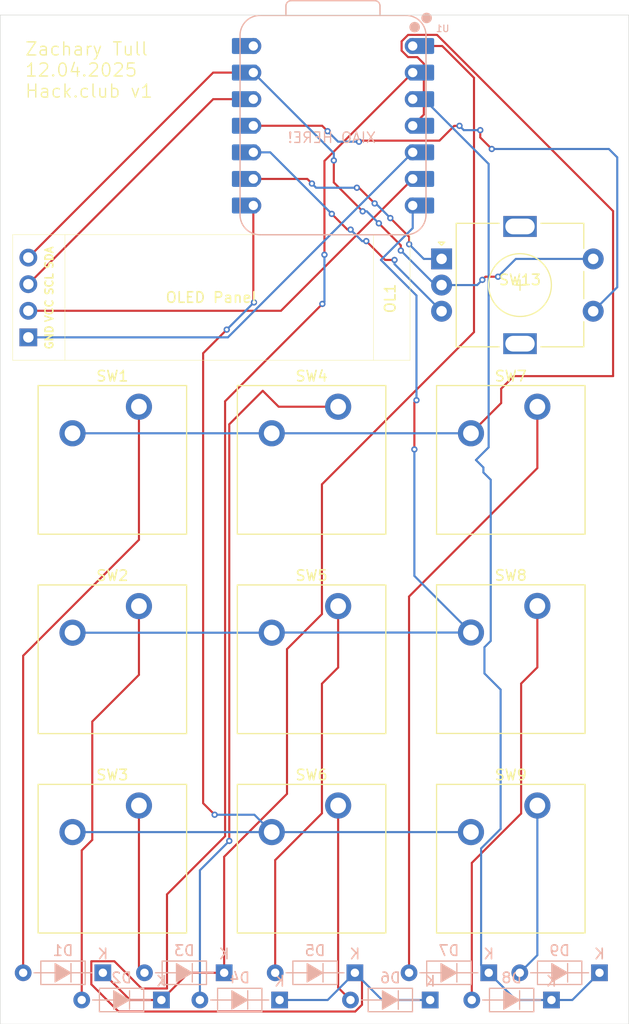
<source format=kicad_pcb>
(kicad_pcb (version 20241229) (generator "pcbnew") (generator_version "9.0")
  (layers (0 "F.Cu" signal) (2 "B.Cu" signal) (13 "F.Paste" user) (15 "B.Paste" user) (5 "F.SilkS" user "F.Silkscreen") (7 "B.SilkS" user "B.Silkscreen") (1 "F.Mask" user) (3 "B.Mask" user) (25 "Edge.Cuts" user))
  (net 0 "")
  (net 1 "Net-(D1-K)")
  (net 2 "GND")
  (net 3 "Net-(D1-A)")
  (net 4 "Net-(D2-A)")
  (net 5 "Net-(D3-A)")
  (net 6 "Net-(U1-GPIO1{slash}RX)")
  (net 7 "Net-(U1-GPIO2{slash}SCK)")
  (net 8 "Net-(U1-GPIO4{slash}MISO)")
  (net 9 "Net-(U1-GPIO3{slash}MOSI)")
  (net 10 "Net-(D4-K)")
  (net 11 "Net-(D4-A)")
  (net 12 "Net-(D5-A)")
  (net 13 "Net-(D6-A)")
  (net 14 "Net-(D7-A)")
  (net 15 "Net-(D7-K)")
  (net 16 "Net-(D8-A)")
  (net 17 "Net-(D9-A)")
  (net 18 "Net-(OL1-SDA)")
  (net 19 "Net-(OL1-SCL)")
  (net 20 "+3V3")
  (net 21 "Net-(U1-GPIO29{slash}ADC3{slash}A3)")
  (net 22 "Net-(U1-GPIO0{slash}TX)")
  (footprint "PCM_Switch_Keyboard_Cherry_MX:SW_Cherry_MX_PCB_1.00u" (layer "F.Cu") (at 150.62 130.735)
    (property "Reference" "SW8" (at 0 -8 0) (layer "F.SilkS"))
    (property "Value" "SW_Push")
    (fp_line (start -7.1 -7.1) (end -7.1 7.1) (stroke (width 0.12)) (layer "F.SilkS"))
    (fp_line (start -7.1 7.1) (end 7.1 7.1) (stroke (width 0.12)) (layer "F.SilkS"))
    (fp_line (start 7.1 -7.1) (end -7.1 -7.1) (stroke (width 0.12)) (layer "F.SilkS"))
    (fp_line (start 7.1 7.1) (end 7.1 -7.1) (stroke (width 0.12)) (layer "F.SilkS"))
    (pad "" np_thru_hole circle (at -5.08 0) (size 1.75 1.75) (drill 1.75) (layers "*.Cu" "*.Mask"))
    (pad "" np_thru_hole circle (at 0 0) (size 4 4) (drill 4) (layers "*.Cu" "*.Mask"))
    (pad "" np_thru_hole circle (at 5.08 0) (size 1.75 1.75) (drill 1.75) (layers "*.Cu" "*.Mask"))
    (pad "1" thru_hole circle (at -3.81 -2.54) (size 2.5 2.5) (drill 1.5) (layers "*.Cu" "*.Mask") (net 22 "Net-(U1-GPIO0{slash}TX)"))
    (pad "2" thru_hole circle (at 2.54 -5.08) (size 2.5 2.5) (drill 1.5) (layers "*.Cu" "*.Mask") (net 16 "Net-(D8-A)"))
  )
  (footprint "PCM_Switch_Keyboard_Cherry_MX:SW_Cherry_MX_PCB_1.00u" (layer "F.Cu") (at 112.52 111.7)
    (property "Reference" "SW1" (at 0 -8 0) (layer "F.SilkS"))
    (property "Value" "SW_Push")
    (fp_line (start -7.1 -7.1) (end -7.1 7.1) (stroke (width 0.12)) (layer "F.SilkS"))
    (fp_line (start -7.1 7.1) (end 7.1 7.1) (stroke (width 0.12)) (layer "F.SilkS"))
    (fp_line (start 7.1 -7.1) (end -7.1 -7.1) (stroke (width 0.12)) (layer "F.SilkS"))
    (fp_line (start 7.1 7.1) (end 7.1 -7.1) (stroke (width 0.12)) (layer "F.SilkS"))
    (pad "" np_thru_hole circle (at -5.08 0) (size 1.75 1.75) (drill 1.75) (layers "*.Cu" "*.Mask"))
    (pad "" np_thru_hole circle (at 0 0) (size 4 4) (drill 4) (layers "*.Cu" "*.Mask"))
    (pad "" np_thru_hole circle (at 5.08 0) (size 1.75 1.75) (drill 1.75) (layers "*.Cu" "*.Mask"))
    (pad "1" thru_hole circle (at -3.81 -2.54) (size 2.5 2.5) (drill 1.5) (layers "*.Cu" "*.Mask") (net 21 "Net-(U1-GPIO29{slash}ADC3{slash}A3)"))
    (pad "2" thru_hole circle (at 2.54 -5.08) (size 2.5 2.5) (drill 1.5) (layers "*.Cu" "*.Mask") (net 3 "Net-(D1-A)"))
  )
  (footprint "PCM_Switch_Keyboard_Cherry_MX:SW_Cherry_MX_PCB_1.00u" (layer "F.Cu") (at 150.62 111.7)
    (property "Reference" "SW7" (at 0 -8 0) (layer "F.SilkS"))
    (property "Value" "SW_Push")
    (fp_line (start -7.1 -7.1) (end -7.1 7.1) (stroke (width 0.12)) (layer "F.SilkS"))
    (fp_line (start -7.1 7.1) (end 7.1 7.1) (stroke (width 0.12)) (layer "F.SilkS"))
    (fp_line (start 7.1 -7.1) (end -7.1 -7.1) (stroke (width 0.12)) (layer "F.SilkS"))
    (fp_line (start 7.1 7.1) (end 7.1 -7.1) (stroke (width 0.12)) (layer "F.SilkS"))
    (pad "" np_thru_hole circle (at -5.08 0) (size 1.75 1.75) (drill 1.75) (layers "*.Cu" "*.Mask"))
    (pad "" np_thru_hole circle (at 0 0) (size 4 4) (drill 4) (layers "*.Cu" "*.Mask"))
    (pad "" np_thru_hole circle (at 5.08 0) (size 1.75 1.75) (drill 1.75) (layers "*.Cu" "*.Mask"))
    (pad "1" thru_hole circle (at -3.81 -2.54) (size 2.5 2.5) (drill 1.5) (layers "*.Cu" "*.Mask") (net 21 "Net-(U1-GPIO29{slash}ADC3{slash}A3)"))
    (pad "2" thru_hole circle (at 2.54 -5.08) (size 2.5 2.5) (drill 1.5) (layers "*.Cu" "*.Mask") (net 14 "Net-(D7-A)"))
  )
  (footprint "PCM_Switch_Keyboard_Cherry_MX:SW_Cherry_MX_PCB_1.00u" (layer "F.Cu") (at 150.62 149.8)
    (property "Reference" "SW9" (at 0 -8 0) (layer "F.SilkS"))
    (property "Value" "SW_Push")
    (fp_line (start -7.1 -7.1) (end -7.1 7.1) (stroke (width 0.12)) (layer "F.SilkS"))
    (fp_line (start -7.1 7.1) (end 7.1 7.1) (stroke (width 0.12)) (layer "F.SilkS"))
    (fp_line (start 7.1 -7.1) (end -7.1 -7.1) (stroke (width 0.12)) (layer "F.SilkS"))
    (fp_line (start 7.1 7.1) (end 7.1 -7.1) (stroke (width 0.12)) (layer "F.SilkS"))
    (pad "" np_thru_hole circle (at -5.08 0) (size 1.75 1.75) (drill 1.75) (layers "*.Cu" "*.Mask"))
    (pad "" np_thru_hole circle (at 0 0) (size 4 4) (drill 4) (layers "*.Cu" "*.Mask"))
    (pad "" np_thru_hole circle (at 5.08 0) (size 1.75 1.75) (drill 1.75) (layers "*.Cu" "*.Mask"))
    (pad "1" thru_hole circle (at -3.81 -2.54) (size 2.5 2.5) (drill 1.5) (layers "*.Cu" "*.Mask") (net 6 "Net-(U1-GPIO1{slash}RX)"))
    (pad "2" thru_hole circle (at 2.54 -5.08) (size 2.5 2.5) (drill 1.5) (layers "*.Cu" "*.Mask") (net 17 "Net-(D9-A)"))
  )
  (footprint "OLED:SSD1306-0.91-OLED-4pin-128x32" (layer "F.Cu") (at 140.985 102.185 180)
    (property "Reference" "OL1" (at 1.9 5.91 90) (layer "F.SilkS"))
    (property "Value" "OLED")
    (fp_line (start 38 12) (end 38 0) (stroke (width 0.04)) (layer "F.SilkS"))
    (fp_line (start 38 0) (end 0 0) (stroke (width 0.04)) (layer "F.SilkS"))
    (fp_line (start 33 0) (end 33 12) (stroke (width 0.04)) (layer "F.SilkS"))
    (fp_line (start 3.5 0) (end 3.5 12) (stroke (width 0.04)) (layer "F.SilkS"))
    (fp_line (start 0 12) (end 38 12) (stroke (width 0.04)) (layer "F.SilkS"))
    (fp_line (start 0 0) (end 0 12) (stroke (width 0.04)) (layer "F.SilkS"))
    (fp_text user "SDA" (at 34.5 9.81 90) (layer "F.SilkS") (effects (font (size 0.75 0.75))))
    (fp_text user "GND" (at 34.5 2.19 90) (layer "F.SilkS") (effects (font (size 0.75 0.75))))
    (fp_text user "SCL" (at 34.5 7.27 90) (layer "F.SilkS") (effects (font (size 0.75 0.75))))
    (fp_text user "OLED Panel" (at 19 6 0) (layer "F.SilkS"))
    (fp_text user "VCC" (at 34.5 4.73 90) (layer "F.SilkS") (effects (font (size 0.75 0.75))))
    (pad "1" thru_hole rect (at 36.5 2.19 180) (size 1.7 1.7) (drill 1) (layers "*.Cu" "*.Mask") (net 18 "Net-(OL1-SDA)"))
    (pad "2" thru_hole oval (at 36.5 4.73 180) (size 1.7 1.7) (drill 1) (layers "*.Cu" "*.Mask") (net 19 "Net-(OL1-SCL)"))
    (pad "3" thru_hole oval (at 36.5 7.27 180) (size 1.7 1.7) (drill 1) (layers "*.Cu" "*.Mask") (net 20 "+3V3"))
    (pad "4" thru_hole oval (at 36.5 9.81 180) (size 1.7 1.7) (drill 1) (layers "*.Cu" "*.Mask") (net 2 "GND"))
  )
  (footprint "PCM_Switch_Keyboard_Cherry_MX:SW_Cherry_MX_PCB_1.00u" (layer "F.Cu") (at 112.52 149.8)
    (property "Reference" "SW3" (at 0 -8 0) (layer "F.SilkS"))
    (property "Value" "SW_Push")
    (fp_line (start -7.1 -7.1) (end -7.1 7.1) (stroke (width 0.12)) (layer "F.SilkS"))
    (fp_line (start -7.1 7.1) (end 7.1 7.1) (stroke (width 0.12)) (layer "F.SilkS"))
    (fp_line (start 7.1 -7.1) (end -7.1 -7.1) (stroke (width 0.12)) (layer "F.SilkS"))
    (fp_line (start 7.1 7.1) (end 7.1 -7.1) (stroke (width 0.12)) (layer "F.SilkS"))
    (pad "" np_thru_hole circle (at -5.08 0) (size 1.75 1.75) (drill 1.75) (layers "*.Cu" "*.Mask"))
    (pad "" np_thru_hole circle (at 0 0) (size 4 4) (drill 4) (layers "*.Cu" "*.Mask"))
    (pad "" np_thru_hole circle (at 5.08 0) (size 1.75 1.75) (drill 1.75) (layers "*.Cu" "*.Mask"))
    (pad "1" thru_hole circle (at -3.81 -2.54) (size 2.5 2.5) (drill 1.5) (layers "*.Cu" "*.Mask") (net 6 "Net-(U1-GPIO1{slash}RX)"))
    (pad "2" thru_hole circle (at 2.54 -5.08) (size 2.5 2.5) (drill 1.5) (layers "*.Cu" "*.Mask") (net 5 "Net-(D3-A)"))
  )
  (footprint "PCM_Switch_Keyboard_Cherry_MX:SW_Cherry_MX_PCB_1.00u" (layer "F.Cu") (at 131.57 130.75)
    (property "Reference" "SW5" (at 0 -8 0) (layer "F.SilkS"))
    (property "Value" "SW_Push")
    (fp_line (start -7.1 -7.1) (end -7.1 7.1) (stroke (width 0.12)) (layer "F.SilkS"))
    (fp_line (start -7.1 7.1) (end 7.1 7.1) (stroke (width 0.12)) (layer "F.SilkS"))
    (fp_line (start 7.1 -7.1) (end -7.1 -7.1) (stroke (width 0.12)) (layer "F.SilkS"))
    (fp_line (start 7.1 7.1) (end 7.1 -7.1) (stroke (width 0.12)) (layer "F.SilkS"))
    (pad "" np_thru_hole circle (at -5.08 0) (size 1.75 1.75) (drill 1.75) (layers "*.Cu" "*.Mask"))
    (pad "" np_thru_hole circle (at 0 0) (size 4 4) (drill 4) (layers "*.Cu" "*.Mask"))
    (pad "" np_thru_hole circle (at 5.08 0) (size 1.75 1.75) (drill 1.75) (layers "*.Cu" "*.Mask"))
    (pad "1" thru_hole circle (at -3.81 -2.54) (size 2.5 2.5) (drill 1.5) (layers "*.Cu" "*.Mask") (net 22 "Net-(U1-GPIO0{slash}TX)"))
    (pad "2" thru_hole circle (at 2.54 -5.08) (size 2.5 2.5) (drill 1.5) (layers "*.Cu" "*.Mask") (net 12 "Net-(D5-A)"))
  )
  (footprint "Rotary Encoder:RotaryEncoder_Alps_EC11E-Switch_Vertical_H20mm" (layer "F.Cu") (at 144 92.5)
    (property "Reference" "SW13" (at 7.5 2 0) (layer "F.SilkS"))
    (property "Value" "RotaryEncoder_Switch")
    (fp_line (start -0.3 -1.6) (end 0.3 -1.6) (stroke (width 0.12)) (layer "F.SilkS"))
    (fp_line (start 0 -1.3) (end -0.3 -1.6) (stroke (width 0.12)) (layer "F.SilkS"))
    (fp_line (start 0.3 -1.6) (end 0 -1.3) (stroke (width 0.12)) (layer "F.SilkS"))
    (fp_line (start 1.4 -3.4) (end 1.4 8.4) (stroke (width 0.12)) (layer "F.SilkS"))
    (fp_line (start 5.5 -3.4) (end 1.4 -3.4) (stroke (width 0.12)) (layer "F.SilkS"))
    (fp_line (start 5.5 8.4) (end 1.4 8.4) (stroke (width 0.12)) (layer "F.SilkS"))
    (fp_line (start 7 2.5) (end 8 2.5) (stroke (width 0.12)) (layer "F.SilkS"))
    (fp_line (start 7.5 2) (end 7.5 3) (stroke (width 0.12)) (layer "F.SilkS"))
    (fp_line (start 9.5 -3.4) (end 13.6 -3.4) (stroke (width 0.12)) (layer "F.SilkS"))
    (fp_line (start 13.6 -3.4) (end 13.6 -1) (stroke (width 0.12)) (layer "F.SilkS"))
    (fp_line (start 13.6 1.2) (end 13.6 3.8) (stroke (width 0.12)) (layer "F.SilkS"))
    (fp_line (start 13.6 6) (end 13.6 8.4) (stroke (width 0.12)) (layer "F.SilkS"))
    (fp_line (start 13.6 8.4) (end 9.5 8.4) (stroke (width 0.12)) (layer "F.SilkS"))
    (fp_circle (center 7.5 2.5) (end 10.5 2.5) (stroke (width 0.12)) (fill no) (layer "F.SilkS"))
    (pad "A" thru_hole rect (at 0 0) (size 2 2) (drill 1) (layers "*.Cu" "*.Mask") (net 7 "Net-(U1-GPIO2{slash}SCK)"))
    (pad "B" thru_hole circle (at 0 5) (size 2 2) (drill 1) (layers "*.Cu" "*.Mask") (net 8 "Net-(U1-GPIO4{slash}MISO)"))
    (pad "C" thru_hole circle (at 0 2.5) (size 2 2) (drill 1) (layers "*.Cu" "*.Mask") (net 2 "GND"))
    (pad "MP" thru_hole rect (at 7.5 -3.1) (size 3.2 2) (drill oval 2.8 1.5) (layers "*.Cu" "*.Mask"))
    (pad "MP" thru_hole rect (at 7.5 8.1) (size 3.2 2) (drill oval 2.8 1.5) (layers "*.Cu" "*.Mask"))
    (pad "S1" thru_hole circle (at 14.5 5) (size 2 2) (drill 1) (layers "*.Cu" "*.Mask") (net 9 "Net-(U1-GPIO3{slash}MOSI)"))
    (pad "S2" thru_hole circle (at 14.5 0) (size 2 2) (drill 1) (layers "*.Cu" "*.Mask") (net 2 "GND"))
  )
  (footprint "PCM_Switch_Keyboard_Cherry_MX:SW_Cherry_MX_PCB_1.00u" (layer "F.Cu") (at 131.57 111.7)
    (property "Reference" "SW4" (at 0 -8 0) (layer "F.SilkS"))
    (property "Value" "SW_Push")
    (fp_line (start -7.1 -7.1) (end -7.1 7.1) (stroke (width 0.12)) (layer "F.SilkS"))
    (fp_line (start -7.1 7.1) (end 7.1 7.1) (stroke (width 0.12)) (layer "F.SilkS"))
    (fp_line (start 7.1 -7.1) (end -7.1 -7.1) (stroke (width 0.12)) (layer "F.SilkS"))
    (fp_line (start 7.1 7.1) (end 7.1 -7.1) (stroke (width 0.12)) (layer "F.SilkS"))
    (pad "" np_thru_hole circle (at -5.08 0) (size 1.75 1.75) (drill 1.75) (layers "*.Cu" "*.Mask"))
    (pad "" np_thru_hole circle (at 0 0) (size 4 4) (drill 4) (layers "*.Cu" "*.Mask"))
    (pad "" np_thru_hole circle (at 5.08 0) (size 1.75 1.75) (drill 1.75) (layers "*.Cu" "*.Mask"))
    (pad "1" thru_hole circle (at -3.81 -2.54) (size 2.5 2.5) (drill 1.5) (layers "*.Cu" "*.Mask") (net 21 "Net-(U1-GPIO29{slash}ADC3{slash}A3)"))
    (pad "2" thru_hole circle (at 2.54 -5.08) (size 2.5 2.5) (drill 1.5) (layers "*.Cu" "*.Mask") (net 11 "Net-(D4-A)"))
  )
  (footprint "PCM_Switch_Keyboard_Cherry_MX:SW_Cherry_MX_PCB_1.00u" (layer "F.Cu") (at 131.57 149.8)
    (property "Reference" "SW6" (at 0 -8 0) (layer "F.SilkS"))
    (property "Value" "SW_Push")
    (fp_line (start -7.1 -7.1) (end -7.1 7.1) (stroke (width 0.12)) (layer "F.SilkS"))
    (fp_line (start -7.1 7.1) (end 7.1 7.1) (stroke (width 0.12)) (layer "F.SilkS"))
    (fp_line (start 7.1 -7.1) (end -7.1 -7.1) (stroke (width 0.12)) (layer "F.SilkS"))
    (fp_line (start 7.1 7.1) (end 7.1 -7.1) (stroke (width 0.12)) (layer "F.SilkS"))
    (pad "" np_thru_hole circle (at -5.08 0) (size 1.75 1.75) (drill 1.75) (layers "*.Cu" "*.Mask"))
    (pad "" np_thru_hole circle (at 0 0) (size 4 4) (drill 4) (layers "*.Cu" "*.Mask"))
    (pad "" np_thru_hole circle (at 5.08 0) (size 1.75 1.75) (drill 1.75) (layers "*.Cu" "*.Mask"))
    (pad "1" thru_hole circle (at -3.81 -2.54) (size 2.5 2.5) (drill 1.5) (layers "*.Cu" "*.Mask") (net 6 "Net-(U1-GPIO1{slash}RX)"))
    (pad "2" thru_hole circle (at 2.54 -5.08) (size 2.5 2.5) (drill 1.5) (layers "*.Cu" "*.Mask") (net 13 "Net-(D6-A)"))
  )
  (footprint "PCM_Switch_Keyboard_Cherry_MX:SW_Cherry_MX_PCB_1.00u" (layer "F.Cu") (at 112.52 130.75)
    (property "Reference" "SW2" (at 0 -8 0) (layer "F.SilkS"))
    (property "Value" "SW_Push")
    (fp_line (start -7.1 -7.1) (end -7.1 7.1) (stroke (width 0.12)) (layer "F.SilkS"))
    (fp_line (start -7.1 7.1) (end 7.1 7.1) (stroke (width 0.12)) (layer "F.SilkS"))
    (fp_line (start 7.1 -7.1) (end -7.1 -7.1) (stroke (width 0.12)) (layer "F.SilkS"))
    (fp_line (start 7.1 7.1) (end 7.1 -7.1) (stroke (width 0.12)) (layer "F.SilkS"))
    (pad "" np_thru_hole circle (at -5.08 0) (size 1.75 1.75) (drill 1.75) (layers "*.Cu" "*.Mask"))
    (pad "" np_thru_hole circle (at 0 0) (size 4 4) (drill 4) (layers "*.Cu" "*.Mask"))
    (pad "" np_thru_hole circle (at 5.08 0) (size 1.75 1.75) (drill 1.75) (layers "*.Cu" "*.Mask"))
    (pad "1" thru_hole circle (at -3.81 -2.54) (size 2.5 2.5) (drill 1.5) (layers "*.Cu" "*.Mask") (net 22 "Net-(U1-GPIO0{slash}TX)"))
    (pad "2" thru_hole circle (at 2.54 -5.08) (size 2.5 2.5) (drill 1.5) (layers "*.Cu" "*.Mask") (net 4 "Net-(D2-A)"))
  )
  (footprint "OPL:XIAO-RP2040-DIP" (layer "B.Cu") (at 133.62 79.78 180)
    (property "Reference" "U1" (at -10.48 9.28 0) (layer "B.SilkS") (effects (font (size 0.635 0.635) (thickness 0.1016)) (justify mirror)))
    (property "Value" "XIAO-RP2040-DIP")
    (fp_line (start 8.89 -8.509) (end 8.89 8.636) (stroke (width 0.127)) (layer "B.SilkS"))
    (fp_line (start 6.985 10.541) (end -6.985 10.541) (stroke (width 0.1)) (layer "B.SilkS"))
    (fp_line (start 6.985 10.541) (end -6.985 10.541) (stroke (width 0.127)) (layer "B.SilkS"))
    (fp_line (start 4.504 11.451) (end 4.504 10.541) (stroke (width 0.127)) (layer "B.SilkS"))
    (fp_line (start -3.991272 11.951) (end 4.004 11.951) (stroke (width 0.127)) (layer "B.SilkS"))
    (fp_line (start -4.495 10.541) (end -4.491272 11.451272) (stroke (width 0.127)) (layer "B.SilkS"))
    (fp_line (start -6.985 -10.414) (end 6.985 -10.414) (stroke (width 0.127)) (layer "B.SilkS"))
    (fp_line (start -8.89 -8.509) (end -8.89 8.636) (stroke (width 0.127)) (layer "B.SilkS"))
    (fp_arc (start 8.89 8.636) (mid 8.332038 9.983038) (end 6.985 10.541) (stroke (width 0.127)) (layer "B.SilkS"))
    (fp_arc (start 6.985 -10.414) (mid 8.332038 -9.856038) (end 8.89 -8.509) (stroke (width 0.127)) (layer "B.SilkS"))
    (fp_arc (start 4.504 11.451) (mid 4.357553 11.804553) (end 4.004 11.951) (stroke (width 0.127)) (layer "B.SilkS"))
    (fp_arc (start -3.991272 11.951) (mid -4.344724 11.804644) (end -4.491272 11.451272) (stroke (width 0.127)) (layer "B.SilkS"))
    (fp_arc (start -6.985 10.541) (mid -8.332038 9.983038) (end -8.89 8.636) (stroke (width 0.127)) (layer "B.SilkS"))
    (fp_arc (start -8.89 -8.509) (mid -8.332038 -9.856038) (end -6.985 -10.414) (stroke (width 0.127)) (layer "B.SilkS"))
    (fp_circle (center -7.807 9.42) (end -7.807 9.674) (stroke (width 0.5)) (fill yes) (layer "B.SilkS"))
    (fp_circle (center -8.95 10.3) (end -8.95 10.554) (stroke (width 0.5)) (fill yes) (layer "B.SilkS"))
    (pad "1" smd roundrect (at -8.455 7.62) (size 2.432 1.524) (layers "B.Cu" "B.Mask") (roundrect_rratio 0.1) (net 1 "Net-(D1-K)"))
    (pad "1" thru_hole circle (at -7.62 7.62) (size 1.524 1.524) (drill 0.889) (layers "*.Cu" "*.Mask") (net 1 "Net-(D1-K)"))
    (pad "2" smd roundrect (at -8.455 5.08) (size 2.432 1.524) (layers "B.Cu" "B.Mask") (roundrect_rratio 0.1) (net 10 "Net-(D4-K)"))
    (pad "2" thru_hole circle (at -7.62 5.08) (size 1.524 1.524) (drill 0.889) (layers "*.Cu" "*.Mask") (net 10 "Net-(D4-K)"))
    (pad "3" smd roundrect (at -8.455 2.54) (size 2.432 1.524) (layers "B.Cu" "B.Mask") (roundrect_rratio 0.1) (net 15 "Net-(D7-K)"))
    (pad "3" thru_hole circle (at -7.62 2.54) (size 1.524 1.524) (drill 0.889) (layers "*.Cu" "*.Mask") (net 15 "Net-(D7-K)"))
    (pad "4" smd roundrect (at -8.455 0) (size 2.432 1.524) (layers "B.Cu" "B.Mask") (roundrect_rratio 0.1) (net 21 "Net-(U1-GPIO29{slash}ADC3{slash}A3)"))
    (pad "4" thru_hole circle (at -7.62 0) (size 1.524 1.524) (drill 0.889) (layers "*.Cu" "*.Mask") (net 21 "Net-(U1-GPIO29{slash}ADC3{slash}A3)"))
    (pad "5" smd roundrect (at -8.455 -2.54) (size 2.432 1.524) (layers "B.Cu" "B.Mask") (roundrect_rratio 0.1) (net 18 "Net-(OL1-SDA)"))
    (pad "5" thru_hole circle (at -7.62 -2.54) (size 1.524 1.524) (drill 0.889) (layers "*.Cu" "*.Mask") (net 18 "Net-(OL1-SDA)"))
    (pad "6" smd roundrect (at -8.455 -5.08) (size 2.432 1.524) (layers "B.Cu" "B.Mask") (roundrect_rratio 0.1) (net 19 "Net-(OL1-SCL)"))
    (pad "6" thru_hole circle (at -7.62 -5.08) (size 1.524 1.524) (drill 0.889) (layers "*.Cu" "*.Mask") (net 19 "Net-(OL1-SCL)"))
    (pad "7" smd roundrect (at -8.455 -7.62) (size 2.432 1.524) (layers "B.Cu" "B.Mask") (roundrect_rratio 0.1) (net 22 "Net-(U1-GPIO0{slash}TX)"))
    (pad "7" thru_hole circle (at -7.62 -7.62) (size 1.524 1.524) (drill 0.889) (layers "*.Cu" "*.Mask") (net 22 "Net-(U1-GPIO0{slash}TX)"))
    (pad "8" thru_hole circle (at 7.62 -7.62 180) (size 1.524 1.524) (drill 0.889) (layers "*.Cu" "*.Mask") (net 6 "Net-(U1-GPIO1{slash}RX)"))
    (pad "8" smd roundrect (at 8.455 -7.62 180) (size 2.432 1.524) (layers "B.Cu" "B.Mask") (roundrect_rratio 0.1) (net 6 "Net-(U1-GPIO1{slash}RX)"))
    (pad "9" thru_hole circle (at 7.62 -5.08 180) (size 1.524 1.524) (drill 0.889) (layers "*.Cu" "*.Mask") (net 7 "Net-(U1-GPIO2{slash}SCK)"))
    (pad "9" smd roundrect (at 8.455 -5.08 180) (size 2.432 1.524) (layers "B.Cu" "B.Mask") (roundrect_rratio 0.1) (net 7 "Net-(U1-GPIO2{slash}SCK)"))
    (pad "10" thru_hole circle (at 7.62 -2.54 180) (size 1.524 1.524) (drill 0.889) (layers "*.Cu" "*.Mask") (net 8 "Net-(U1-GPIO4{slash}MISO)"))
    (pad "10" smd roundrect (at 8.455 -2.54 180) (size 2.432 1.524) (layers "B.Cu" "B.Mask") (roundrect_rratio 0.1) (net 8 "Net-(U1-GPIO4{slash}MISO)"))
    (pad "11" thru_hole circle (at 7.62 0 180) (size 1.524 1.524) (drill 0.889) (layers "*.Cu" "*.Mask") (net 9 "Net-(U1-GPIO3{slash}MOSI)"))
    (pad "11" smd roundrect (at 8.455 0 180) (size 2.432 1.524) (layers "B.Cu" "B.Mask") (roundrect_rratio 0.1) (net 9 "Net-(U1-GPIO3{slash}MOSI)"))
    (pad "12" thru_hole circle (at 7.62 2.54 180) (size 1.524 1.524) (drill 0.889) (layers "*.Cu" "*.Mask") (net 20 "+3V3"))
    (pad "12" smd roundrect (at 8.455 2.54 180) (size 2.432 1.524) (layers "B.Cu" "B.Mask") (roundrect_rratio 0.1) (net 20 "+3V3"))
    (pad "13" thru_hole circle (at 7.62 5.08 180) (size 1.524 1.524) (drill 0.889) (layers "*.Cu" "*.Mask") (net 2 "GND"))
    (pad "13" smd roundrect (at 8.455 5.08 180) (size 2.432 1.524) (layers "B.Cu" "B.Mask") (roundrect_rratio 0.1) (net 2 "GND"))
    (pad "14" thru_hole circle (at 7.62 7.62 180) (size 1.524 1.524) (drill 0.889) (layers "*.Cu" "*.Mask"))
    (pad "14" smd roundrect (at 8.455 7.62 180) (size 2.432 1.524) (layers "B.Cu" "B.Mask") (roundrect_rratio 0.1))
  )
  (footprint "PCM_Diode_THT_AKL:D_DO-35_SOD27_P7.62mm_Horizontal" (layer "B.Cu") (at 117.21 163.3 180)
    (property "Reference" "D2" (at 3.81 2.12 0) (layer "B.SilkS") (effects (justify mirror)))
    (property "Value" "1N4148" (hide yes))
    (fp_line (start 6.58 0) (end 5.93 0) (stroke (width 0.12)) (layer "B.SilkS"))
    (fp_line (start 5.93 1.12) (end 1.69 1.12) (stroke (width 0.12)) (layer "B.SilkS"))
    (fp_line (start 5.93 0) (end 4.6355 0) (stroke (width 0.12)) (layer "B.SilkS"))
    (fp_line (start 5.93 -1.12) (end 5.93 1.12) (stroke (width 0.12)) (layer "B.SilkS"))
    (fp_line (start 3.048 0.889) (end 3.048 -0.889) (stroke (width 0.12)) (layer "B.SilkS"))
    (fp_line (start 1.69 1.12) (end 1.69 -1.12) (stroke (width 0.12)) (layer "B.SilkS"))
    (fp_line (start 1.69 -1.12) (end 5.93 -1.12) (stroke (width 0.12)) (layer "B.SilkS"))
    (fp_line (start 1.651 0) (end 3.048 0) (stroke (width 0.12)) (layer "B.SilkS"))
    (fp_line (start 1.04 0) (end 1.69 0) (stroke (width 0.12)) (layer "B.SilkS"))
    (fp_poly (pts (xy 4.572 -0.889) (xy 3.048 0) (xy 4.572 0.889)) (stroke (width 0.1)) (fill yes) (layer "B.SilkS"))
    (fp_text user "K" (at 0 1.8 0) (layer "B.SilkS") (effects (justify mirror)))
    (pad "1" thru_hole rect (at 0 0 180) (size 1.6 1.6) (drill 0.8) (layers "*.Cu" "*.Mask") (net 1 "Net-(D1-K)"))
    (pad "2" thru_hole oval (at 7.62 0 180) (size 1.6 1.6) (drill 0.8) (layers "*.Cu" "*.Mask") (net 4 "Net-(D2-A)"))
  )
  (footprint "PCM_Diode_THT_AKL:D_DO-35_SOD27_P7.62mm_Horizontal" (layer "B.Cu") (at 148.51 160.7 180)
    (property "Reference" "D7" (at 3.81 2.12 0) (layer "B.SilkS") (effects (justify mirror)))
    (property "Value" "1N4148" (hide yes))
    (fp_line (start 6.58 0) (end 5.93 0) (stroke (width 0.12)) (layer "B.SilkS"))
    (fp_line (start 5.93 1.12) (end 1.69 1.12) (stroke (width 0.12)) (layer "B.SilkS"))
    (fp_line (start 5.93 0) (end 4.6355 0) (stroke (width 0.12)) (layer "B.SilkS"))
    (fp_line (start 5.93 -1.12) (end 5.93 1.12) (stroke (width 0.12)) (layer "B.SilkS"))
    (fp_line (start 3.048 0.889) (end 3.048 -0.889) (stroke (width 0.12)) (layer "B.SilkS"))
    (fp_line (start 1.69 1.12) (end 1.69 -1.12) (stroke (width 0.12)) (layer "B.SilkS"))
    (fp_line (start 1.69 -1.12) (end 5.93 -1.12) (stroke (width 0.12)) (layer "B.SilkS"))
    (fp_line (start 1.651 0) (end 3.048 0) (stroke (width 0.12)) (layer "B.SilkS"))
    (fp_line (start 1.04 0) (end 1.69 0) (stroke (width 0.12)) (layer "B.SilkS"))
    (fp_poly (pts (xy 4.572 -0.889) (xy 3.048 0) (xy 4.572 0.889)) (stroke (width 0.1)) (fill yes) (layer "B.SilkS"))
    (fp_text user "K" (at 0 1.8 0) (layer "B.SilkS") (effects (justify mirror)))
    (pad "1" thru_hole rect (at 0 0 180) (size 1.6 1.6) (drill 0.8) (layers "*.Cu" "*.Mask") (net 15 "Net-(D7-K)"))
    (pad "2" thru_hole oval (at 7.62 0 180) (size 1.6 1.6) (drill 0.8) (layers "*.Cu" "*.Mask") (net 14 "Net-(D7-A)"))
  )
  (footprint "PCM_Diode_THT_AKL:D_DO-35_SOD27_P7.62mm_Horizontal" (layer "B.Cu") (at 123.21 160.7 180)
    (property "Reference" "D3" (at 3.81 2.12 0) (layer "B.SilkS") (effects (justify mirror)))
    (property "Value" "1N4148" (hide yes))
    (fp_line (start 6.58 0) (end 5.93 0) (stroke (width 0.12)) (layer "B.SilkS"))
    (fp_line (start 5.93 1.12) (end 1.69 1.12) (stroke (width 0.12)) (layer "B.SilkS"))
    (fp_line (start 5.93 0) (end 4.6355 0) (stroke (width 0.12)) (layer "B.SilkS"))
    (fp_line (start 5.93 -1.12) (end 5.93 1.12) (stroke (width 0.12)) (layer "B.SilkS"))
    (fp_line (start 3.048 0.889) (end 3.048 -0.889) (stroke (width 0.12)) (layer "B.SilkS"))
    (fp_line (start 1.69 1.12) (end 1.69 -1.12) (stroke (width 0.12)) (layer "B.SilkS"))
    (fp_line (start 1.69 -1.12) (end 5.93 -1.12) (stroke (width 0.12)) (layer "B.SilkS"))
    (fp_line (start 1.651 0) (end 3.048 0) (stroke (width 0.12)) (layer "B.SilkS"))
    (fp_line (start 1.04 0) (end 1.69 0) (stroke (width 0.12)) (layer "B.SilkS"))
    (fp_poly (pts (xy 4.572 -0.889) (xy 3.048 0) (xy 4.572 0.889)) (stroke (width 0.1)) (fill yes) (layer "B.SilkS"))
    (fp_text user "K" (at 0 1.8 0) (layer "B.SilkS") (effects (justify mirror)))
    (pad "1" thru_hole rect (at 0 0 180) (size 1.6 1.6) (drill 0.8) (layers "*.Cu" "*.Mask") (net 1 "Net-(D1-K)"))
    (pad "2" thru_hole oval (at 7.62 0 180) (size 1.6 1.6) (drill 0.8) (layers "*.Cu" "*.Mask") (net 5 "Net-(D3-A)"))
  )
  (footprint "PCM_Diode_THT_AKL:D_DO-35_SOD27_P7.62mm_Horizontal" (layer "B.Cu") (at 154.51 163.3 180)
    (property "Reference" "D8" (at 3.81 2.12 0) (layer "B.SilkS") (effects (justify mirror)))
    (property "Value" "1N4148" (hide yes))
    (fp_line (start 6.58 0) (end 5.93 0) (stroke (width 0.12)) (layer "B.SilkS"))
    (fp_line (start 5.93 1.12) (end 1.69 1.12) (stroke (width 0.12)) (layer "B.SilkS"))
    (fp_line (start 5.93 0) (end 4.6355 0) (stroke (width 0.12)) (layer "B.SilkS"))
    (fp_line (start 5.93 -1.12) (end 5.93 1.12) (stroke (width 0.12)) (layer "B.SilkS"))
    (fp_line (start 3.048 0.889) (end 3.048 -0.889) (stroke (width 0.12)) (layer "B.SilkS"))
    (fp_line (start 1.69 1.12) (end 1.69 -1.12) (stroke (width 0.12)) (layer "B.SilkS"))
    (fp_line (start 1.69 -1.12) (end 5.93 -1.12) (stroke (width 0.12)) (layer "B.SilkS"))
    (fp_line (start 1.651 0) (end 3.048 0) (stroke (width 0.12)) (layer "B.SilkS"))
    (fp_line (start 1.04 0) (end 1.69 0) (stroke (width 0.12)) (layer "B.SilkS"))
    (fp_poly (pts (xy 4.572 -0.889) (xy 3.048 0) (xy 4.572 0.889)) (stroke (width 0.1)) (fill yes) (layer "B.SilkS"))
    (fp_text user "K" (at 0 1.8 0) (layer "B.SilkS") (effects (justify mirror)))
    (pad "1" thru_hole rect (at 0 0 180) (size 1.6 1.6) (drill 0.8) (layers "*.Cu" "*.Mask") (net 15 "Net-(D7-K)"))
    (pad "2" thru_hole oval (at 7.62 0 180) (size 1.6 1.6) (drill 0.8) (layers "*.Cu" "*.Mask") (net 16 "Net-(D8-A)"))
  )
  (footprint "PCM_Diode_THT_AKL:D_DO-35_SOD27_P7.62mm_Horizontal" (layer "B.Cu") (at 142.91 163.3 180)
    (property "Reference" "D6" (at 3.81 2.12 0) (layer "B.SilkS") (effects (justify mirror)))
    (property "Value" "1N4148" (hide yes))
    (fp_line (start 6.58 0) (end 5.93 0) (stroke (width 0.12)) (layer "B.SilkS"))
    (fp_line (start 5.93 1.12) (end 1.69 1.12) (stroke (width 0.12)) (layer "B.SilkS"))
    (fp_line (start 5.93 0) (end 4.6355 0) (stroke (width 0.12)) (layer "B.SilkS"))
    (fp_line (start 5.93 -1.12) (end 5.93 1.12) (stroke (width 0.12)) (layer "B.SilkS"))
    (fp_line (start 3.048 0.889) (end 3.048 -0.889) (stroke (width 0.12)) (layer "B.SilkS"))
    (fp_line (start 1.69 1.12) (end 1.69 -1.12) (stroke (width 0.12)) (layer "B.SilkS"))
    (fp_line (start 1.69 -1.12) (end 5.93 -1.12) (stroke (width 0.12)) (layer "B.SilkS"))
    (fp_line (start 1.651 0) (end 3.048 0) (stroke (width 0.12)) (layer "B.SilkS"))
    (fp_line (start 1.04 0) (end 1.69 0) (stroke (width 0.12)) (layer "B.SilkS"))
    (fp_poly (pts (xy 4.572 -0.889) (xy 3.048 0) (xy 4.572 0.889)) (stroke (width 0.1)) (fill yes) (layer "B.SilkS"))
    (fp_text user "K" (at 0 1.8 0) (layer "B.SilkS") (effects (justify mirror)))
    (pad "1" thru_hole rect (at 0 0 180) (size 1.6 1.6) (drill 0.8) (layers "*.Cu" "*.Mask") (net 10 "Net-(D4-K)"))
    (pad "2" thru_hole oval (at 7.62 0 180) (size 1.6 1.6) (drill 0.8) (layers "*.Cu" "*.Mask") (net 13 "Net-(D6-A)"))
  )
  (footprint "PCM_Diode_THT_AKL:D_DO-35_SOD27_P7.62mm_Horizontal" (layer "B.Cu") (at 111.61 160.7 180)
    (property "Reference" "D1" (at 3.81 2.12 0) (layer "B.SilkS") (effects (justify mirror)))
    (property "Value" "1N4148" (hide yes))
    (fp_line (start 6.58 0) (end 5.93 0) (stroke (width 0.12)) (layer "B.SilkS"))
    (fp_line (start 5.93 1.12) (end 1.69 1.12) (stroke (width 0.12)) (layer "B.SilkS"))
    (fp_line (start 5.93 0) (end 4.6355 0) (stroke (width 0.12)) (layer "B.SilkS"))
    (fp_line (start 5.93 -1.12) (end 5.93 1.12) (stroke (width 0.12)) (layer "B.SilkS"))
    (fp_line (start 3.048 0.889) (end 3.048 -0.889) (stroke (width 0.12)) (layer "B.SilkS"))
    (fp_line (start 1.69 1.12) (end 1.69 -1.12) (stroke (width 0.12)) (layer "B.SilkS"))
    (fp_line (start 1.69 -1.12) (end 5.93 -1.12) (stroke (width 0.12)) (layer "B.SilkS"))
    (fp_line (start 1.651 0) (end 3.048 0) (stroke (width 0.12)) (layer "B.SilkS"))
    (fp_line (start 1.04 0) (end 1.69 0) (stroke (width 0.12)) (layer "B.SilkS"))
    (fp_poly (pts (xy 4.572 -0.889) (xy 3.048 0) (xy 4.572 0.889)) (stroke (width 0.1)) (fill yes) (layer "B.SilkS"))
    (fp_text user "K" (at 0 1.8 0) (layer "B.SilkS") (effects (justify mirror)))
    (pad "1" thru_hole rect (at 0 0 180) (size 1.6 1.6) (drill 0.8) (layers "*.Cu" "*.Mask") (net 1 "Net-(D1-K)"))
    (pad "2" thru_hole oval (at 7.62 0 180) (size 1.6 1.6) (drill 0.8) (layers "*.Cu" "*.Mask") (net 3 "Net-(D1-A)"))
  )
  (footprint "PCM_Diode_THT_AKL:D_DO-35_SOD27_P7.62mm_Horizontal" (layer "B.Cu") (at 159.1 160.7 180)
    (property "Reference" "D9" (at 3.81 2.12 0) (layer "B.SilkS") (effects (justify mirror)))
    (property "Value" "1N4148" (hide yes))
    (fp_line (start 6.58 0) (end 5.93 0) (stroke (width 0.12)) (layer "B.SilkS"))
    (fp_line (start 5.93 1.12) (end 1.69 1.12) (stroke (width 0.12)) (layer "B.SilkS"))
    (fp_line (start 5.93 0) (end 4.6355 0) (stroke (width 0.12)) (layer "B.SilkS"))
    (fp_line (start 5.93 -1.12) (end 5.93 1.12) (stroke (width 0.12)) (layer "B.SilkS"))
    (fp_line (start 3.048 0.889) (end 3.048 -0.889) (stroke (width 0.12)) (layer "B.SilkS"))
    (fp_line (start 1.69 1.12) (end 1.69 -1.12) (stroke (width 0.12)) (layer "B.SilkS"))
    (fp_line (start 1.69 -1.12) (end 5.93 -1.12) (stroke (width 0.12)) (layer "B.SilkS"))
    (fp_line (start 1.651 0) (end 3.048 0) (stroke (width 0.12)) (layer "B.SilkS"))
    (fp_line (start 1.04 0) (end 1.69 0) (stroke (width 0.12)) (layer "B.SilkS"))
    (fp_poly (pts (xy 4.572 -0.889) (xy 3.048 0) (xy 4.572 0.889)) (stroke (width 0.1)) (fill yes) (layer "B.SilkS"))
    (fp_text user "K" (at 0 1.8 0) (layer "B.SilkS") (effects (justify mirror)))
    (pad "1" thru_hole rect (at 0 0 180) (size 1.6 1.6) (drill 0.8) (layers "*.Cu" "*.Mask") (net 15 "Net-(D7-K)"))
    (pad "2" thru_hole oval (at 7.62 0 180) (size 1.6 1.6) (drill 0.8) (layers "*.Cu" "*.Mask") (net 17 "Net-(D9-A)"))
  )
  (footprint "PCM_Diode_THT_AKL:D_DO-35_SOD27_P7.62mm_Horizontal" (layer "B.Cu") (at 135.71 160.7 180)
    (property "Reference" "D5" (at 3.81 2.12 0) (layer "B.SilkS") (effects (justify mirror)))
    (property "Value" "1N4148" (hide yes))
    (fp_line (start 6.58 0) (end 5.93 0) (stroke (width 0.12)) (layer "B.SilkS"))
    (fp_line (start 5.93 1.12) (end 1.69 1.12) (stroke (width 0.12)) (layer "B.SilkS"))
    (fp_line (start 5.93 0) (end 4.6355 0) (stroke (width 0.12)) (layer "B.SilkS"))
    (fp_line (start 5.93 -1.12) (end 5.93 1.12) (stroke (width 0.12)) (layer "B.SilkS"))
    (fp_line (start 3.048 0.889) (end 3.048 -0.889) (stroke (width 0.12)) (layer "B.SilkS"))
    (fp_line (start 1.69 1.12) (end 1.69 -1.12) (stroke (width 0.12)) (layer "B.SilkS"))
    (fp_line (start 1.69 -1.12) (end 5.93 -1.12) (stroke (width 0.12)) (layer "B.SilkS"))
    (fp_line (start 1.651 0) (end 3.048 0) (stroke (width 0.12)) (layer "B.SilkS"))
    (fp_line (start 1.04 0) (end 1.69 0) (stroke (width 0.12)) (layer "B.SilkS"))
    (fp_poly (pts (xy 4.572 -0.889) (xy 3.048 0) (xy 4.572 0.889)) (stroke (width 0.1)) (fill yes) (layer "B.SilkS"))
    (fp_text user "K" (at 0 1.8 0) (layer "B.SilkS") (effects (justify mirror)))
    (pad "1" thru_hole rect (at 0 0 180) (size 1.6 1.6) (drill 0.8) (layers "*.Cu" "*.Mask") (net 10 "Net-(D4-K)"))
    (pad "2" thru_hole oval (at 7.62 0 180) (size 1.6 1.6) (drill 0.8) (layers "*.Cu" "*.Mask") (net 12 "Net-(D5-A)"))
  )
  (footprint "PCM_Diode_THT_AKL:D_DO-35_SOD27_P7.62mm_Horizontal" (layer "B.Cu") (at 128.51 163.3 180)
    (property "Reference" "D4" (at 3.81 2.12 0) (layer "B.SilkS") (effects (justify mirror)))
    (property "Value" "1N4148" (hide yes))
    (fp_line (start 6.58 0) (end 5.93 0) (stroke (width 0.12)) (layer "B.SilkS"))
    (fp_line (start 5.93 1.12) (end 1.69 1.12) (stroke (width 0.12)) (layer "B.SilkS"))
    (fp_line (start 5.93 0) (end 4.6355 0) (stroke (width 0.12)) (layer "B.SilkS"))
    (fp_line (start 5.93 -1.12) (end 5.93 1.12) (stroke (width 0.12)) (layer "B.SilkS"))
    (fp_line (start 3.048 0.889) (end 3.048 -0.889) (stroke (width 0.12)) (layer "B.SilkS"))
    (fp_line (start 1.69 1.12) (end 1.69 -1.12) (stroke (width 0.12)) (layer "B.SilkS"))
    (fp_line (start 1.69 -1.12) (end 5.93 -1.12) (stroke (width 0.12)) (layer "B.SilkS"))
    (fp_line (start 1.651 0) (end 3.048 0) (stroke (width 0.12)) (layer "B.SilkS"))
    (fp_line (start 1.04 0) (end 1.69 0) (stroke (width 0.12)) (layer "B.SilkS"))
    (fp_poly (pts (xy 4.572 -0.889) (xy 3.048 0) (xy 4.572 0.889)) (stroke (width 0.1)) (fill yes) (layer "B.SilkS"))
    (fp_text user "K" (at 0 1.8 0) (layer "B.SilkS") (effects (justify mirror)))
    (pad "1" thru_hole rect (at 0 0 180) (size 1.6 1.6) (drill 0.8) (layers "*.Cu" "*.Mask") (net 10 "Net-(D4-K)"))
    (pad "2" thru_hole oval (at 7.62 0 180) (size 1.6 1.6) (drill 0.8) (layers "*.Cu" "*.Mask") (net 11 "Net-(D4-A)"))
  )
  (gr_rect (start 101.8 69.2) (end 161.9 165.6) (stroke (width 0.05)) (fill no) (layer "Edge.Cuts"))
  (gr_text "Zachary Tull\n12.04.2025\nHack.club v1" (at 104.1 77.2 0) (layer "F.SilkS") (effects (font (size 1.25 1.25) (thickness 0.125)) (justify left bottom)))
  (gr_text "XIAO HERE!" (at 137.8 81.5 0) (layer "B.SilkS") (effects (font (size 1 1) (thickness 0.125)) (justify left bottom mirror)))
  (segment (start 111.61 160.7) (end 114.21 163.3) (width 0.2) (layer "F.Cu") (net 1))
  (segment (start 119.81 160.7) (end 123.21 160.7) (width 0.2) (layer "F.Cu") (net 1))
  (segment (start 147.1 75.2) (end 144.06 72.16) (width 0.2) (layer "F.Cu") (net 1))
  (segment (start 129.219 143.607554) (end 129.219 129.776184) (width 0.2) (layer "F.Cu") (net 1))
  (segment (start 123.21 160.7) (end 123.21 149.616554) (width 0.2) (layer "F.Cu") (net 1))
  (segment (start 129.219 129.776184) (end 132.559 126.436184) (width 0.2) (layer "F.Cu") (net 1))
  (segment (start 147.1 99.494816) (end 147.1 75.2) (width 0.2) (layer "F.Cu") (net 1))
  (segment (start 117.21 163.3) (end 119.81 160.7) (width 0.2) (layer "F.Cu") (net 1))
  (segment (start 132.559 126.436184) (end 132.559 114.035816) (width 0.2) (layer "F.Cu") (net 1))
  (segment (start 132.559 114.035816) (end 147.1 99.494816) (width 0.2) (layer "F.Cu") (net 1))
  (segment (start 144.06 72.16) (end 141.24 72.16) (width 0.2) (layer "F.Cu") (net 1))
  (segment (start 123.21 149.616554) (end 129.219 143.607554) (width 0.2) (layer "F.Cu") (net 1))
  (segment (start 114.21 163.3) (end 117.21 163.3) (width 0.2) (layer "F.Cu") (net 1))
  (segment (start 149.4 94.2) (end 148.2 94.2) (width 0.2) (layer "F.Cu") (net 2))
  (segment (start 136.454265 87.954265) (end 133.694265 85.194265) (width 0.2) (layer "F.Cu") (net 2))
  (segment (start 148.2 94.2) (end 147.9 94.5) (width 0.2) (layer "F.Cu") (net 2))
  (segment (start 140.1 91.7) (end 140.1 91.2) (width 0.2) (layer "F.Cu") (net 2))
  (segment (start 104.485 92.375) (end 122.16 74.7) (width 0.2) (layer "F.Cu") (net 2))
  (segment (start 140.1 91.2) (end 138 89.1) (width 0.2) (layer "F.Cu") (net 2))
  (segment (start 122.16 74.7) (end 126 74.7) (width 0.2) (layer "F.Cu") (net 2))
  (segment (start 133.694265 85.194265) (end 133.694265 83.094265) (width 0.2) (layer "F.Cu") (net 2))
  (via (at 140.1 91.7) (size 0.6) (drill 0.3) (layers "F.Cu" "B.Cu") (net 2))
  (via (at 138 89.1) (size 0.6) (drill 0.3) (layers "F.Cu" "B.Cu") (net 2))
  (via (at 136.454265 87.954265) (size 0.6) (drill 0.3) (layers "F.Cu" "B.Cu") (net 2))
  (via (at 147.9 94.5) (size 0.6) (drill 0.3) (layers "F.Cu" "B.Cu") (net 2))
  (via (at 133.694265 83.094265) (size 0.6) (drill 0.3) (layers "F.Cu" "B.Cu") (net 2))
  (via (at 149.4 94.2) (size 0.6) (drill 0.3) (layers "F.Cu" "B.Cu") (net 2))
  (segment (start 158.5 92.5) (end 151.1 92.5) (width 0.2) (layer "B.Cu") (net 2))
  (segment (start 144 95) (end 143.4 95) (width 0.2) (layer "B.Cu") (net 2))
  (segment (start 138 89.1) (end 136.854265 87.954265) (width 0.2) (layer "B.Cu") (net 2))
  (segment (start 151.1 92.5) (end 149.4 94.2) (width 0.2) (layer "B.Cu") (net 2))
  (segment (start 136.854265 87.954265) (end 136.454265 87.954265) (width 0.2) (layer "B.Cu") (net 2))
  (segment (start 147.4 95) (end 144 95) (width 0.2) (layer "B.Cu") (net 2))
  (segment (start 133.694265 83.094265) (end 133.694265 82.394265) (width 0.2) (layer "B.Cu") (net 2))
  (segment (start 143.4 95) (end 140.1 91.7) (width 0.2) (layer "B.Cu") (net 2))
  (segment (start 147.9 94.5) (end 147.4 95) (width 0.2) (layer "B.Cu") (net 2))
  (segment (start 133.694265 82.394265) (end 126 74.7) (width 0.2) (layer "B.Cu") (net 2))
  (segment (start 103.99 130.41) (end 115.06 119.34) (width 0.2) (layer "F.Cu") (net 3))
  (segment (start 115.06 119.34) (end 115.06 106.62) (width 0.2) (layer "F.Cu") (net 3))
  (segment (start 103.99 160.7) (end 103.99 130.41) (width 0.2) (layer "F.Cu") (net 3))
  (segment (start 110.6 136.7) (end 110.6 148) (width 0.2) (layer "F.Cu") (net 4))
  (segment (start 109.59 149.01) (end 109.59 163.3) (width 0.2) (layer "F.Cu") (net 4))
  (segment (start 115.06 125.67) (end 115.06 132.24) (width 0.2) (layer "F.Cu") (net 4))
  (segment (start 110.6 148) (end 109.59 149.01) (width 0.2) (layer "F.Cu") (net 4))
  (segment (start 115.06 132.24) (end 110.6 136.7) (width 0.2) (layer "F.Cu") (net 4))
  (segment (start 115.06 144.72) (end 115.06 160.17) (width 0.2) (layer "F.Cu") (net 5))
  (segment (start 115.06 160.17) (end 115.59 160.7) (width 0.2) (layer "F.Cu") (net 5))
  (segment (start 121.2 101.51147) (end 121.2 144.5) (width 0.2) (layer "F.Cu") (net 6))
  (segment (start 121.2 144.5) (end 122.3 145.6) (width 0.2) (layer "F.Cu") (net 6))
  (segment (start 126 87.4) (end 126 96.6) (width 0.2) (layer "F.Cu") (net 6))
  (segment (start 126 96.6) (end 126.055735 96.655735) (width 0.2) (layer "F.Cu") (net 6))
  (segment (start 123.455735 99.255735) (end 121.2 101.51147) (width 0.2) (layer "F.Cu") (net 6))
  (via (at 123.455735 99.255735) (size 0.6) (drill 0.3) (layers "F.Cu" "B.Cu") (net 6))
  (via (at 126.055735 96.655735) (size 0.6) (drill 0.3) (layers "F.Cu" "B.Cu") (net 6))
  (via (at 122.3 145.6) (size 0.6) (drill 0.3) (layers "F.Cu" "B.Cu") (net 6))
  (segment (start 108.71 147.26) (end 127.76 147.26) (width 0.2) (layer "B.Cu") (net 6))
  (segment (start 127.76 147.26) (end 146.81 147.26) (width 0.2) (layer "B.Cu") (net 6))
  (segment (start 126.055735 96.655735) (end 123.455735 99.255735) (width 0.2) (layer "B.Cu") (net 6))
  (segment (start 122.3 145.6) (end 126.1 145.6) (width 0.2) (layer "B.Cu") (net 6))
  (segment (start 126.1 145.6) (end 127.76 147.26) (width 0.2) (layer "B.Cu") (net 6))
  (segment (start 140.9 90.4) (end 139.1 88.6) (width 0.2) (layer "F.Cu") (net 7))
  (segment (start 140.9 91.1) (end 140.9 90.4) (width 0.2) (layer "F.Cu") (net 7))
  (segment (start 137.6 87.2) (end 136.1 85.7) (width 0.2) (layer "F.Cu") (net 7))
  (segment (start 131.6 85.3) (end 131.16 84.86) (width 0.2) (layer "F.Cu") (net 7))
  (segment (start 131.16 84.86) (end 126 84.86) (width 0.2) (layer "F.Cu") (net 7))
  (segment (start 136.1 85.7) (end 135.9 85.7) (width 0.2) (layer "F.Cu") (net 7))
  (via (at 137.6 87.2) (size 0.6) (drill 0.3) (layers "F.Cu" "B.Cu") (net 7))
  (via (at 135.9 85.7) (size 0.6) (drill 0.3) (layers "F.Cu" "B.Cu") (net 7))
  (via (at 140.9 91.1) (size 0.6) (drill 0.3) (layers "F.Cu" "B.Cu") (net 7))
  (via (at 131.6 85.3) (size 0.6) (drill 0.3) (layers "F.Cu" "B.Cu") (net 7))
  (via (at 139.1 88.6) (size 0.6) (drill 0.3) (layers "F.Cu" "B.Cu") (net 7))
  (segment (start 144 92.5) (end 142.3 92.5) (width 0.2) (layer "B.Cu") (net 7))
  (segment (start 135.9 85.7) (end 132 85.7) (width 0.2) (layer "B.Cu") (net 7))
  (segment (start 139.1 88.6) (end 137.7 87.2) (width 0.2) (layer "B.Cu") (net 7))
  (segment (start 142.3 92.5) (end 140.9 91.1) (width 0.2) (layer "B.Cu") (net 7))
  (segment (start 137.7 87.2) (end 137.6 87.2) (width 0.2) (layer "B.Cu") (net 7))
  (segment (start 132 85.7) (end 131.6 85.3) (width 0.2) (layer "B.Cu") (net 7))
  (segment (start 135 89.7) (end 133.5 88.2) (width 0.2) (layer "F.Cu") (net 8))
  (segment (start 138.6 92.6) (end 136.8 90.8) (width 0.2) (layer "F.Cu") (net 8))
  (segment (start 135.3 89.7) (end 135 89.7) (width 0.2) (layer "F.Cu") (net 8))
  (segment (start 139.5 92.6) (end 138.6 92.6) (width 0.2) (layer "F.Cu") (net 8))
  (via (at 135.3 89.7) (size 0.6) (drill 0.3) (layers "F.Cu" "B.Cu") (net 8))
  (via (at 136.8 90.8) (size 0.6) (drill 0.3) (layers "F.Cu" "B.Cu") (net 8))
  (via (at 139.5 92.6) (size 0.6) (drill 0.3) (layers "F.Cu" "B.Cu") (net 8))
  (via (at 133.5 88.2) (size 0.6) (drill 0.3) (layers "F.Cu" "B.Cu") (net 8))
  (segment (start 144 97.5) (end 139.5 93) (width 0.2) (layer "B.Cu") (net 8))
  (segment (start 136.8 90.8) (end 136.4 90.8) (width 0.2) (layer "B.Cu") (net 8))
  (segment (start 133.5 88.2) (end 127.62 82.32) (width 0.2) (layer "B.Cu") (net 8))
  (segment (start 139.5 93) (end 139.5 92.6) (width 0.2) (layer "B.Cu") (net 8))
  (segment (start 136.4 90.8) (end 135.3 89.7) (width 0.2) (layer "B.Cu") (net 8))
  (segment (start 127.62 82.32) (end 126 82.32) (width 0.2) (layer "B.Cu") (net 8))
  (segment (start 133.1 80.3) (end 132.58 79.78) (width 0.2) (layer "F.Cu") (net 9))
  (segment (start 148.8 82) (end 147.7 80.9) (width 0.2) (layer "F.Cu") (net 9))
  (segment (start 136.2 81.2) (end 136.1 81.3) (width 0.2) (layer "F.Cu") (net 9))
  (segment (start 143.8 81.2) (end 136.2 81.2) (width 0.2) (layer "F.Cu") (net 9))
  (segment (start 145.71308 79.78692) (end 145.21308 79.78692) (width 0.2) (layer "F.Cu") (net 9))
  (segment (start 132.58 79.78) (end 126 79.78) (width 0.2) (layer "F.Cu") (net 9))
  (segment (start 145.21308 79.78692) (end 143.8 81.2) (width 0.2) (layer "F.Cu") (net 9))
  (segment (start 147.7 80.9) (end 147.7 80.2) (width 0.2) (layer "F.Cu") (net 9))
  (via (at 145.71308 79.78692) (size 0.6) (drill 0.3) (layers "F.Cu" "B.Cu") (net 9))
  (via (at 148.8 82) (size 0.6) (drill 0.3) (layers "F.Cu" "B.Cu") (net 9))
  (via (at 133.1 80.3) (size 0.6) (drill 0.3) (layers "F.Cu" "B.Cu") (net 9))
  (via (at 136.1 81.3) (size 0.6) (drill 0.3) (layers "F.Cu" "B.Cu") (net 9))
  (via (at 147.7 80.2) (size 0.6) (drill 0.3) (layers "F.Cu" "B.Cu") (net 9))
  (segment (start 146.12616 80.2) (end 145.71308 79.78692) (width 0.2) (layer "B.Cu") (net 9))
  (segment (start 147.7 80.2) (end 146.12616 80.2) (width 0.2) (layer "B.Cu") (net 9))
  (segment (start 134.1 81.3) (end 133.1 80.3) (width 0.2) (layer "B.Cu") (net 9))
  (segment (start 160 82) (end 148.8 82) (width 0.2) (layer "B.Cu") (net 9))
  (segment (start 160.8 82.8) (end 160 82) (width 0.2) (layer "B.Cu") (net 9))
  (segment (start 160.8 95.2) (end 160.8 82.8) (width 0.2) (layer "B.Cu") (net 9))
  (segment (start 136.1 81.3) (end 134.1 81.3) (width 0.2) (layer "B.Cu") (net 9))
  (segment (start 158.5 97.5) (end 160.8 95.2) (width 0.2) (layer "B.Cu") (net 9))
  (segment (start 132.8 83.14) (end 141.24 74.7) (width 0.2) (layer "F.Cu") (net 10))
  (segment (start 110.509 161.801) (end 110.509 159.599) (width 0.2) (layer "F.Cu") (net 10))
  (segment (start 112.711 159.599) (end 115.311 162.199) (width 0.2) (layer "F.Cu") (net 10))
  (segment (start 135.71 160.7) (end 136.391 161.381) (width 0.2) (layer "F.Cu") (net 10))
  (segment (start 136.391 163.75605) (end 135.74605 164.401) (width 0.2) (layer "F.Cu") (net 10))
  (segment (start 123.299 106.101) (end 132.6 96.8) (width 0.2) (layer "F.Cu") (net 10))
  (segment (start 135.74605 164.401) (end 113.109 164.401) (width 0.2) (layer "F.Cu") (net 10))
  (segment (start 113.109 164.401) (end 110.509 161.801) (width 0.2) (layer "F.Cu") (net 10))
  (segment (start 123.299 147.651057) (end 123.299 106.101) (width 0.2) (layer "F.Cu") (net 10))
  (segment (start 110.509 159.599) (end 112.711 159.599) (width 0.2) (layer "F.Cu") (net 10))
  (segment (start 117.7439 162.199) (end 117.7439 153.206157) (width 0.2) (layer "F.Cu") (net 10))
  (segment (start 132.8 92.1) (end 132.8 83.14) (width 0.2) (layer "F.Cu") (net 10))
  (segment (start 115.311 162.199) (end 117.7439 162.199) (width 0.2) (layer "F.Cu") (net 10))
  (segment (start 136.391 161.381) (end 136.391 163.75605) (width 0.2) (layer "F.Cu") (net 10))
  (segment (start 117.7439 153.206157) (end 123.299 147.651057) (width 0.2) (layer "F.Cu") (net 10))
  (via (at 132.8 92.1) (size 0.6) (drill 0.3) (layers "F.Cu" "B.Cu") (net 10))
  (via (at 132.6 96.8) (size 0.6) (drill 0.3) (layers "F.Cu" "B.Cu") (net 10))
  (segment (start 132.8 96.6) (end 132.8 92.1) (width 0.2) (layer "B.Cu") (net 10))
  (segment (start 133.11 163.3) (end 135.71 160.7) (width 0.2) (layer "B.Cu") (net 10))
  (segment (start 135.71 160.7) (end 138.31 163.3) (width 0.2) (layer "B.Cu") (net 10))
  (segment (start 138.31 163.3) (end 142.91 163.3) (width 0.2) (layer "B.Cu") (net 10))
  (segment (start 128.51 163.3) (end 133.11 163.3) (width 0.2) (layer "B.Cu") (net 10))
  (segment (start 132.6 96.8) (end 132.8 96.6) (width 0.2) (layer "B.Cu") (net 10))
  (segment (start 123.7 148.1) (end 123.7 108.3) (width 0.2) (layer "F.Cu") (net 11))
  (segment (start 128.42 106.62) (end 134.11 106.62) (width 0.2) (layer "F.Cu") (net 11))
  (segment (start 123.7 108.3) (end 126.9 105.1) (width 0.2) (layer "F.Cu") (net 11))
  (segment (start 126.9 105.1) (end 128.42 106.62) (width 0.2) (layer "F.Cu") (net 11))
  (via (at 123.7 148.1) (size 0.6) (drill 0.3) (layers "F.Cu" "B.Cu") (net 11))
  (segment (start 120.89 163.3) (end 120.89 150.91) (width 0.2) (layer "B.Cu") (net 11))
  (segment (start 120.89 150.91) (end 123.7 148.1) (width 0.2) (layer "B.Cu") (net 11))
  (segment (start 128.09 160.7) (end 128.09 149.933826) (width 0.2) (layer "F.Cu") (net 12))
  (segment (start 132.559 133.085816) (end 134.11 131.534816) (width 0.2) (layer "F.Cu") (net 12))
  (segment (start 134.11 131.534816) (end 134.11 125.67) (width 0.2) (layer "F.Cu") (net 12))
  (segment (start 128.09 149.933826) (end 132.559 145.464826) (width 0.2) (layer "F.Cu") (net 12))
  (segment (start 132.559 145.464826) (end 132.559 133.085816) (width 0.2) (layer "F.Cu") (net 12))
  (segment (start 134.11 144.72) (end 134.11 162.12) (width 0.2) (layer "F.Cu") (net 13))
  (segment (start 134.11 162.12) (end 135.29 163.3) (width 0.2) (layer "F.Cu") (net 13))
  (segment (start 153.16 112.484816) (end 153.16 106.62) (width 0.2) (layer "F.Cu") (net 14))
  (segment (start 140.89 160.7) (end 140.89 124.754816) (width 0.2) (layer "F.Cu") (net 14))
  (segment (start 140.89 124.754816) (end 153.16 112.484816) (width 0.2) (layer "F.Cu") (net 14))
  (segment (start 147.781723 159.971723) (end 147.781723 148.818277) (width 0.2) (layer "B.Cu") (net 15))
  (segment (start 149.646184 133.646184) (end 148.1 132.1) (width 0.2) (layer "B.Cu") (net 15))
  (segment (start 148.1 132.1) (end 148.1 129.6) (width 0.2) (layer "B.Cu") (net 15))
  (segment (start 151.11 163.3) (end 154.51 163.3) (width 0.2) (layer "B.Cu") (net 15))
  (segment (start 154.51 163.3) (end 156.5 163.3) (width 0.2) (layer "B.Cu") (net 15))
  (segment (start 148.1 129.6) (end 148.7 129) (width 0.2) (layer "B.Cu") (net 15))
  (segment (start 142.31763 77.24) (end 141.24 77.24) (width 0.2) (layer "B.Cu") (net 15))
  (segment (start 148.7 113.6) (end 148 112.9) (width 0.2) (layer "B.Cu") (net 15))
  (segment (start 148 112.426174) (end 147.286913 111.713087) (width 0.2) (layer "B.Cu") (net 15))
  (segment (start 148.5 110.5) (end 148.5 83.42237) (width 0.2) (layer "B.Cu") (net 15))
  (segment (start 148.51 160.7) (end 151.11 163.3) (width 0.2) (layer "B.Cu") (net 15))
  (segment (start 148.5 83.42237) (end 142.31763 77.24) (width 0.2) (layer "B.Cu") (net 15))
  (segment (start 148.7 129) (end 148.7 113.6) (width 0.2) (layer "B.Cu") (net 15))
  (segment (start 156.5 163.3) (end 159.1 160.7) (width 0.2) (layer "B.Cu") (net 15))
  (segment (start 147.781723 148.818277) (end 149.646184 146.953816) (width 0.2) (layer "B.Cu") (net 15))
  (segment (start 148 112.9) (end 148 112.426174) (width 0.2) (layer "B.Cu") (net 15))
  (segment (start 147.286913 111.713087) (end 148.5 110.5) (width 0.2) (layer "B.Cu") (net 15))
  (segment (start 149.646184 146.953816) (end 149.646184 133.646184) (width 0.2) (layer "B.Cu") (net 15))
  (segment (start 148.51 160.7) (end 147.781723 159.971723) (width 0.2) (layer "B.Cu") (net 15))
  (segment (start 146.89 150.205184) (end 151.609 145.486184) (width 0.2) (layer "F.Cu") (net 16))
  (segment (start 153.16 131.519816) (end 153.16 125.655) (width 0.2) (layer "F.Cu") (net 16))
  (segment (start 146.89 163.3) (end 146.89 150.205184) (width 0.2) (layer "F.Cu") (net 16))
  (segment (start 151.609 145.486184) (end 151.609 133.070816) (width 0.2) (layer "F.Cu") (net 16))
  (segment (start 151.609 133.070816) (end 153.16 131.519816) (width 0.2) (layer "F.Cu") (net 16))
  (segment (start 153.16 159.02) (end 151.48 160.7) (width 0.2) (layer "B.Cu") (net 17))
  (segment (start 153.16 144.72) (end 153.16 159.02) (width 0.2) (layer "B.Cu") (net 17))
  (segment (start 123.565 99.995) (end 141.24 82.32) (width 0.2) (layer "B.Cu") (net 18))
  (segment (start 104.485 99.995) (end 123.565 99.995) (width 0.2) (layer "B.Cu") (net 18))
  (segment (start 128.645 97.455) (end 141.24 84.86) (width 0.2) (layer "F.Cu") (net 19))
  (segment (start 104.485 97.455) (end 128.645 97.455) (width 0.2) (layer "F.Cu") (net 19))
  (segment (start 104.485 94.915) (end 122.16 77.24) (width 0.2) (layer "F.Cu") (net 20))
  (segment (start 122.16 77.24) (end 126 77.24) (width 0.2) (layer "F.Cu") (net 20))
  (segment (start 149.7 104.9) (end 149.7 106.27) (width 0.2) (layer "F.Cu") (net 21))
  (segment (start 160.4 103.7) (end 150.9 103.7) (width 0.2) (layer "F.Cu") (net 21))
  (segment (start 141.24 79.78) (end 142.303 78.717) (width 0.2) (layer "F.Cu") (net 21))
  (segment (start 142.303 73.84569) (end 141.68031 73.223) (width 0.2) (layer "F.Cu") (net 21))
  (segment (start 149.7 106.27) (end 146.81 109.16) (width 0.2) (layer "F.Cu") (net 21))
  (segment (start 150.9 103.7) (end 149.7 104.9) (width 0.2) (layer "F.Cu") (net 21))
  (segment (start 140.177 72.60031) (end 140.177 71.71969) (width 0.2) (layer "F.Cu") (net 21))
  (segment (start 142.303 78.717) (end 142.303 73.84569) (width 0.2) (layer "F.Cu") (net 21))
  (segment (start 160.4 87.9329) (end 160.4 103.7) (width 0.2) (layer "F.Cu") (net 21))
  (segment (start 140.79969 71.097) (end 143.5641 71.097) (width 0.2) (layer "F.Cu") (net 21))
  (segment (start 140.177 71.71969) (end 140.79969 71.097) (width 0.2) (layer "F.Cu") (net 21))
  (segment (start 140.79969 73.223) (end 140.177 72.60031) (width 0.2) (layer "F.Cu") (net 21))
  (segment (start 141.68031 73.223) (end 140.79969 73.223) (width 0.2) (layer "F.Cu") (net 21))
  (segment (start 143.5641 71.097) (end 160.4 87.9329) (width 0.2) (layer "F.Cu") (net 21))
  (segment (start 108.71 109.16) (end 127.76 109.16) (width 0.2) (layer "B.Cu") (net 21))
  (segment (start 127.76 109.16) (end 146.81 109.16) (width 0.2) (layer "B.Cu") (net 21))
  (segment (start 141.4 106.2) (end 141.6 106) (width 0.2) (layer "F.Cu") (net 22))
  (segment (start 141.4 110.7) (end 141.4 106.2) (width 0.2) (layer "F.Cu") (net 22))
  (via (at 141.6 106) (size 0.6) (drill 0.3) (layers "F.Cu" "B.Cu") (net 22))
  (via (at 141.4 110.7) (size 0.6) (drill 0.3) (layers "F.Cu" "B.Cu") (net 22))
  (segment (start 127.775 128.195) (end 127.76 128.21) (width 0.2) (layer "B.Cu") (net 22))
  (segment (start 141.6 96) (end 138.2 92.6) (width 0.2) (layer "B.Cu") (net 22))
  (segment (start 141.24 89.56) (end 141.24 87.4) (width 0.2) (layer "B.Cu") (net 22))
  (segment (start 146.81 128.195) (end 127.775 128.195) (width 0.2) (layer "B.Cu") (net 22))
  (segment (start 141.4 122.785) (end 141.4 110.7) (width 0.2) (layer "B.Cu") (net 22))
  (segment (start 141.6 106) (end 141.6 96) (width 0.2) (layer "B.Cu") (net 22))
  (segment (start 146.81 128.195) (end 141.4 122.785) (width 0.2) (layer "B.Cu") (net 22))
  (segment (start 138.2 92.6) (end 141.24 89.56) (width 0.2) (layer "B.Cu") (net 22))
  (segment (start 127.76 128.21) (end 108.71 128.21) (width 0.2) (layer "B.Cu") (net 22))
)
</source>
